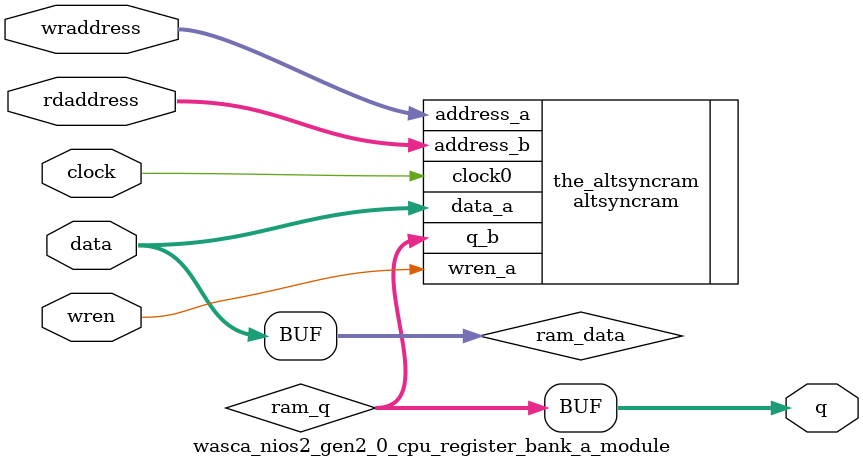
<source format=v>
module wasca_nios2_gen2_0_cpu_register_bank_a_module (
                                                       // inputs:
                                                        clock,
                                                        data,
                                                        rdaddress,
                                                        wraddress,
                                                        wren,
                                                       // outputs:
                                                        q
                                                     )
;
  parameter lpm_file = "UNUSED";
  output  [ 31: 0] q;
  input            clock;
  input   [ 31: 0] data;
  input   [  4: 0] rdaddress;
  input   [  4: 0] wraddress;
  input            wren;
  wire    [ 31: 0] q;
  wire    [ 31: 0] ram_data;
  wire    [ 31: 0] ram_q;
  assign q = ram_q;
  assign ram_data = data;
  altsyncram the_altsyncram
    (
      .address_a (wraddress),
      .address_b (rdaddress),
      .clock0 (clock),
      .data_a (ram_data),
      .q_b (ram_q),
      .wren_a (wren)
    );
  defparam the_altsyncram.address_reg_b = "CLOCK0",
           the_altsyncram.init_file = lpm_file,
           the_altsyncram.maximum_depth = 0,
           the_altsyncram.numwords_a = 32,
           the_altsyncram.numwords_b = 32,
           the_altsyncram.operation_mode = "DUAL_PORT",
           the_altsyncram.outdata_reg_b = "UNREGISTERED",
           the_altsyncram.ram_block_type = "AUTO",
           the_altsyncram.rdcontrol_reg_b = "CLOCK0",
           the_altsyncram.read_during_write_mode_mixed_ports = "DONT_CARE",
           the_altsyncram.width_a = 32,
           the_altsyncram.width_b = 32,
           the_altsyncram.widthad_a = 5,
           the_altsyncram.widthad_b = 5;
endmodule
</source>
